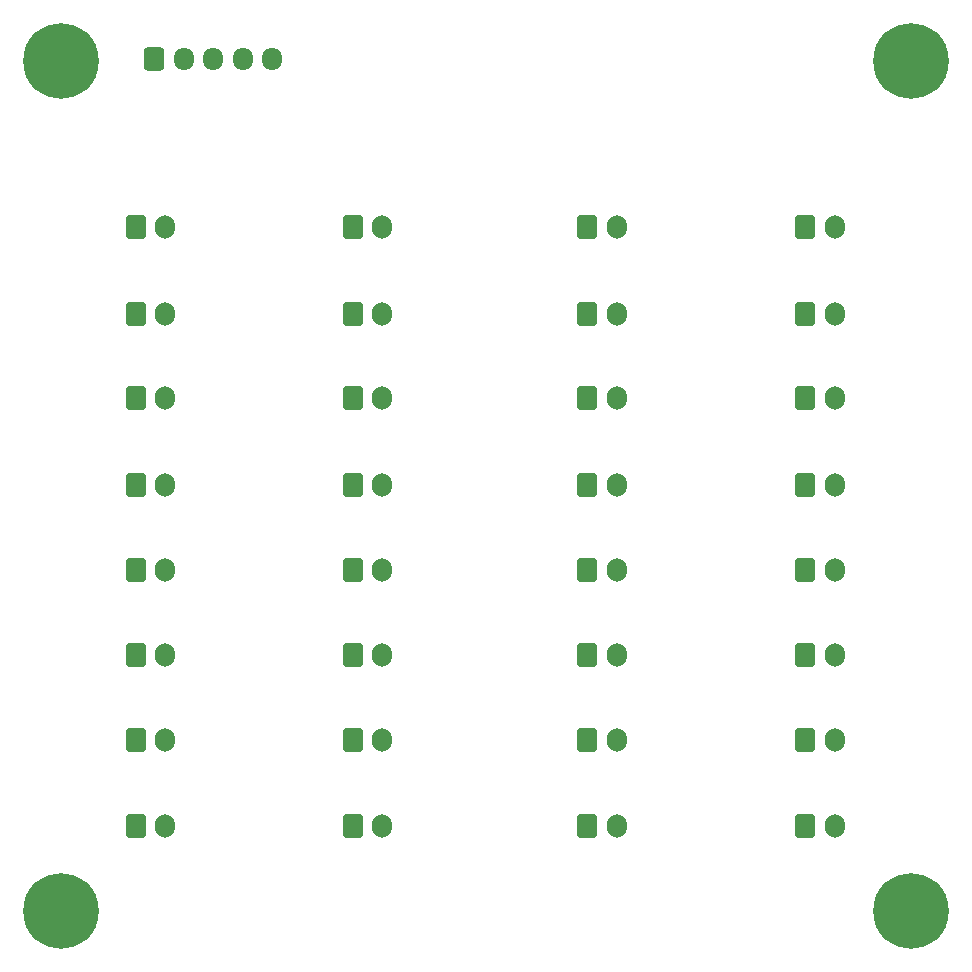
<source format=gbr>
%TF.GenerationSoftware,KiCad,Pcbnew,9.0.3*%
%TF.CreationDate,2025-07-25T06:36:41+02:00*%
%TF.ProjectId,input-shifter-board,696e7075-742d-4736-9869-667465722d62,rev?*%
%TF.SameCoordinates,Original*%
%TF.FileFunction,Soldermask,Bot*%
%TF.FilePolarity,Negative*%
%FSLAX46Y46*%
G04 Gerber Fmt 4.6, Leading zero omitted, Abs format (unit mm)*
G04 Created by KiCad (PCBNEW 9.0.3) date 2025-07-25 06:36:41*
%MOMM*%
%LPD*%
G01*
G04 APERTURE LIST*
G04 Aperture macros list*
%AMRoundRect*
0 Rectangle with rounded corners*
0 $1 Rounding radius*
0 $2 $3 $4 $5 $6 $7 $8 $9 X,Y pos of 4 corners*
0 Add a 4 corners polygon primitive as box body*
4,1,4,$2,$3,$4,$5,$6,$7,$8,$9,$2,$3,0*
0 Add four circle primitives for the rounded corners*
1,1,$1+$1,$2,$3*
1,1,$1+$1,$4,$5*
1,1,$1+$1,$6,$7*
1,1,$1+$1,$8,$9*
0 Add four rect primitives between the rounded corners*
20,1,$1+$1,$2,$3,$4,$5,0*
20,1,$1+$1,$4,$5,$6,$7,0*
20,1,$1+$1,$6,$7,$8,$9,0*
20,1,$1+$1,$8,$9,$2,$3,0*%
G04 Aperture macros list end*
%ADD10RoundRect,0.250000X-0.600000X-0.750000X0.600000X-0.750000X0.600000X0.750000X-0.600000X0.750000X0*%
%ADD11O,1.700000X2.000000*%
%ADD12C,6.400000*%
%ADD13RoundRect,0.250000X-0.600000X-0.725000X0.600000X-0.725000X0.600000X0.725000X-0.600000X0.725000X0*%
%ADD14O,1.700000X1.950000*%
G04 APERTURE END LIST*
D10*
%TO.C,J3*%
X77350000Y-72550000D03*
D11*
X79850000Y-72550000D03*
%TD*%
D10*
%TO.C,J8*%
X77350000Y-108825000D03*
D11*
X79850000Y-108825000D03*
%TD*%
D10*
%TO.C,J23*%
X115575000Y-101550000D03*
D11*
X118075000Y-101550000D03*
%TD*%
D10*
%TO.C,J27*%
X134025000Y-72550000D03*
D11*
X136525000Y-72550000D03*
%TD*%
D10*
%TO.C,J1*%
X77350000Y-58050000D03*
D11*
X79850000Y-58050000D03*
%TD*%
D12*
%TO.C,H1*%
X71000000Y-44000000D03*
%TD*%
%TO.C,H3*%
X71000000Y-116000000D03*
%TD*%
D10*
%TO.C,J31*%
X134025000Y-101550000D03*
D11*
X136525000Y-101550000D03*
%TD*%
D10*
%TO.C,J29*%
X134025000Y-87100000D03*
D11*
X136525000Y-87100000D03*
%TD*%
D10*
%TO.C,J6*%
X77350000Y-94300000D03*
D11*
X79850000Y-94300000D03*
%TD*%
D10*
%TO.C,J5*%
X77350000Y-87100000D03*
D11*
X79850000Y-87100000D03*
%TD*%
D10*
%TO.C,J7*%
X77350000Y-101550000D03*
D11*
X79850000Y-101550000D03*
%TD*%
D10*
%TO.C,J16*%
X95700000Y-108825000D03*
D11*
X98200000Y-108825000D03*
%TD*%
D10*
%TO.C,J20*%
X115575000Y-79900000D03*
D11*
X118075000Y-79900000D03*
%TD*%
D10*
%TO.C,J2*%
X77350000Y-65450000D03*
D11*
X79850000Y-65450000D03*
%TD*%
D10*
%TO.C,J32*%
X134025000Y-108825000D03*
D11*
X136525000Y-108825000D03*
%TD*%
D12*
%TO.C,H4*%
X143000000Y-116000000D03*
%TD*%
D10*
%TO.C,J12*%
X95700000Y-79900000D03*
D11*
X98200000Y-79900000D03*
%TD*%
D12*
%TO.C,H2*%
X143000000Y-44000000D03*
%TD*%
D10*
%TO.C,J10*%
X95700000Y-65450000D03*
D11*
X98200000Y-65450000D03*
%TD*%
D10*
%TO.C,J25*%
X134025000Y-58050000D03*
D11*
X136525000Y-58050000D03*
%TD*%
D13*
%TO.C,J33*%
X78900000Y-43880000D03*
D14*
X81400000Y-43880000D03*
X83900000Y-43880000D03*
X86400000Y-43880000D03*
X88900000Y-43880000D03*
%TD*%
D10*
%TO.C,J18*%
X115575000Y-65450000D03*
D11*
X118075000Y-65450000D03*
%TD*%
D10*
%TO.C,J9*%
X95700000Y-58050000D03*
D11*
X98200000Y-58050000D03*
%TD*%
D10*
%TO.C,J13*%
X95700000Y-87100000D03*
D11*
X98200000Y-87100000D03*
%TD*%
D10*
%TO.C,J11*%
X95700000Y-72550000D03*
D11*
X98200000Y-72550000D03*
%TD*%
D10*
%TO.C,J30*%
X134025000Y-94300000D03*
D11*
X136525000Y-94300000D03*
%TD*%
D10*
%TO.C,J14*%
X95700000Y-94300000D03*
D11*
X98200000Y-94300000D03*
%TD*%
D10*
%TO.C,J4*%
X77350000Y-79900000D03*
D11*
X79850000Y-79900000D03*
%TD*%
D10*
%TO.C,J21*%
X115575000Y-87100000D03*
D11*
X118075000Y-87100000D03*
%TD*%
D10*
%TO.C,J26*%
X134025000Y-65450000D03*
D11*
X136525000Y-65450000D03*
%TD*%
D10*
%TO.C,J15*%
X95700000Y-101550000D03*
D11*
X98200000Y-101550000D03*
%TD*%
D10*
%TO.C,J22*%
X115575000Y-94300000D03*
D11*
X118075000Y-94300000D03*
%TD*%
D10*
%TO.C,J19*%
X115575000Y-72550000D03*
D11*
X118075000Y-72550000D03*
%TD*%
D10*
%TO.C,J17*%
X115575000Y-58050000D03*
D11*
X118075000Y-58050000D03*
%TD*%
D10*
%TO.C,J28*%
X134025000Y-79900000D03*
D11*
X136525000Y-79900000D03*
%TD*%
D10*
%TO.C,J24*%
X115575000Y-108825000D03*
D11*
X118075000Y-108825000D03*
%TD*%
M02*

</source>
